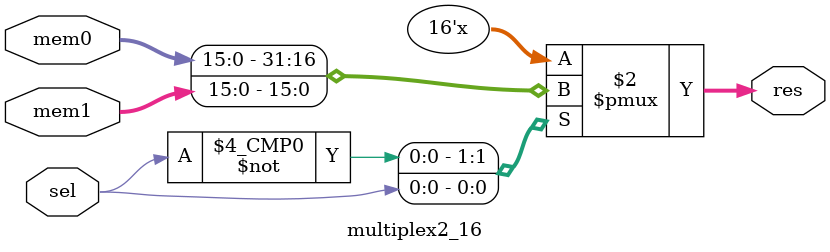
<source format=v>
module multiplex2_16 (input sel, input [15:0] mem0,  input [15:0] mem1, output reg [15:0] res);

always @(sel or mem0 or mem1) begin
case (sel)
0:
res = mem0;
1:
res = mem1;
endcase
end
endmodule

</source>
